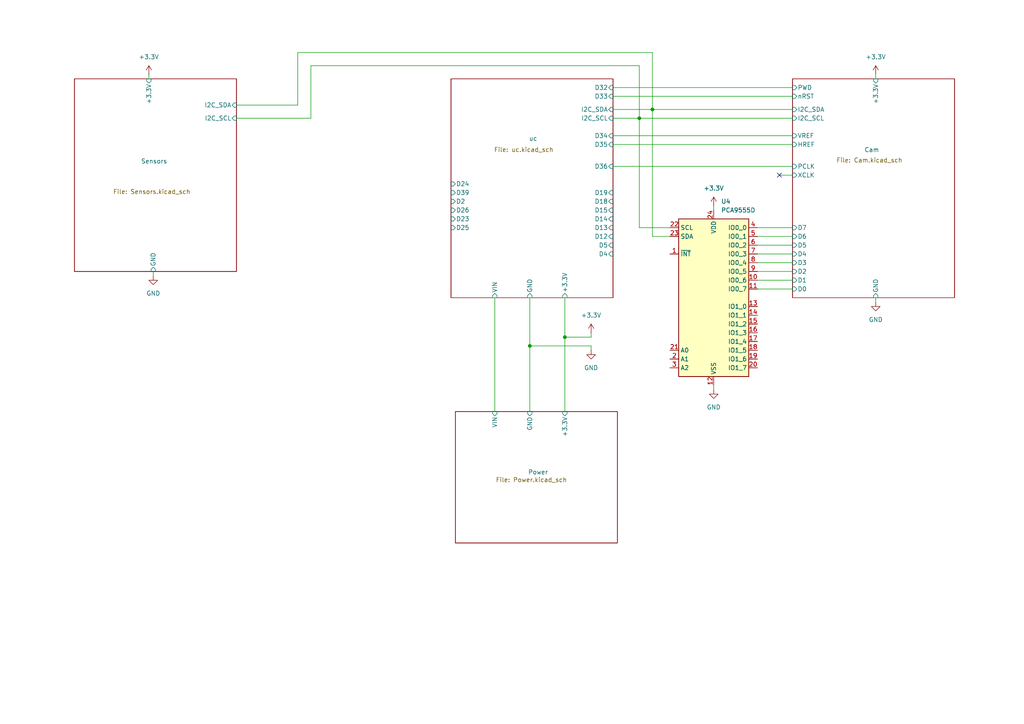
<source format=kicad_sch>
(kicad_sch
	(version 20250114)
	(generator "eeschema")
	(generator_version "9.0")
	(uuid "77f264da-4c84-4b0c-9d20-4392731765e6")
	(paper "A4")
	(lib_symbols
		(symbol "Interface_Expansion:PCA9555D"
			(exclude_from_sim no)
			(in_bom yes)
			(on_board yes)
			(property "Reference" "U"
				(at -8.89 24.13 0)
				(effects
					(font
						(size 1.27 1.27)
					)
				)
			)
			(property "Value" "PCA9555D"
				(at 6.35 24.13 0)
				(effects
					(font
						(size 1.27 1.27)
					)
				)
			)
			(property "Footprint" "Package_SO:SOIC-24W_7.5x15.4mm_P1.27mm"
				(at 24.13 -25.4 0)
				(effects
					(font
						(size 1.27 1.27)
					)
					(hide yes)
				)
			)
			(property "Datasheet" "https://www.nxp.com/docs/en/data-sheet/PCA9555.pdf"
				(at 0 0 0)
				(effects
					(font
						(size 1.27 1.27)
					)
					(hide yes)
				)
			)
			(property "Description" "IO expander 16 GPIO, I2C 400kHz, Interrupt, 2.3 - 5.5V, SOIC-24"
				(at 0 0 0)
				(effects
					(font
						(size 1.27 1.27)
					)
					(hide yes)
				)
			)
			(property "ki_keywords" "I2C TWI IO expander"
				(at 0 0 0)
				(effects
					(font
						(size 1.27 1.27)
					)
					(hide yes)
				)
			)
			(property "ki_fp_filters" "SOIC*7.5x15.4mm*P1.27mm*"
				(at 0 0 0)
				(effects
					(font
						(size 1.27 1.27)
					)
					(hide yes)
				)
			)
			(symbol "PCA9555D_0_1"
				(rectangle
					(start -10.16 22.86)
					(end 10.16 -22.86)
					(stroke
						(width 0.254)
						(type default)
					)
					(fill
						(type background)
					)
				)
			)
			(symbol "PCA9555D_1_1"
				(pin input line
					(at -12.7 20.32 0)
					(length 2.54)
					(name "SCL"
						(effects
							(font
								(size 1.27 1.27)
							)
						)
					)
					(number "22"
						(effects
							(font
								(size 1.27 1.27)
							)
						)
					)
				)
				(pin bidirectional line
					(at -12.7 17.78 0)
					(length 2.54)
					(name "SDA"
						(effects
							(font
								(size 1.27 1.27)
							)
						)
					)
					(number "23"
						(effects
							(font
								(size 1.27 1.27)
							)
						)
					)
				)
				(pin open_collector line
					(at -12.7 12.7 0)
					(length 2.54)
					(name "~{INT}"
						(effects
							(font
								(size 1.27 1.27)
							)
						)
					)
					(number "1"
						(effects
							(font
								(size 1.27 1.27)
							)
						)
					)
				)
				(pin input line
					(at -12.7 -15.24 0)
					(length 2.54)
					(name "A0"
						(effects
							(font
								(size 1.27 1.27)
							)
						)
					)
					(number "21"
						(effects
							(font
								(size 1.27 1.27)
							)
						)
					)
				)
				(pin input line
					(at -12.7 -17.78 0)
					(length 2.54)
					(name "A1"
						(effects
							(font
								(size 1.27 1.27)
							)
						)
					)
					(number "2"
						(effects
							(font
								(size 1.27 1.27)
							)
						)
					)
				)
				(pin input line
					(at -12.7 -20.32 0)
					(length 2.54)
					(name "A2"
						(effects
							(font
								(size 1.27 1.27)
							)
						)
					)
					(number "3"
						(effects
							(font
								(size 1.27 1.27)
							)
						)
					)
				)
				(pin power_in line
					(at 0 25.4 270)
					(length 2.54)
					(name "VDD"
						(effects
							(font
								(size 1.27 1.27)
							)
						)
					)
					(number "24"
						(effects
							(font
								(size 1.27 1.27)
							)
						)
					)
				)
				(pin power_in line
					(at 0 -25.4 90)
					(length 2.54)
					(name "VSS"
						(effects
							(font
								(size 1.27 1.27)
							)
						)
					)
					(number "12"
						(effects
							(font
								(size 1.27 1.27)
							)
						)
					)
				)
				(pin bidirectional line
					(at 12.7 20.32 180)
					(length 2.54)
					(name "IO0_0"
						(effects
							(font
								(size 1.27 1.27)
							)
						)
					)
					(number "4"
						(effects
							(font
								(size 1.27 1.27)
							)
						)
					)
				)
				(pin bidirectional line
					(at 12.7 17.78 180)
					(length 2.54)
					(name "IO0_1"
						(effects
							(font
								(size 1.27 1.27)
							)
						)
					)
					(number "5"
						(effects
							(font
								(size 1.27 1.27)
							)
						)
					)
				)
				(pin bidirectional line
					(at 12.7 15.24 180)
					(length 2.54)
					(name "IO0_2"
						(effects
							(font
								(size 1.27 1.27)
							)
						)
					)
					(number "6"
						(effects
							(font
								(size 1.27 1.27)
							)
						)
					)
				)
				(pin bidirectional line
					(at 12.7 12.7 180)
					(length 2.54)
					(name "IO0_3"
						(effects
							(font
								(size 1.27 1.27)
							)
						)
					)
					(number "7"
						(effects
							(font
								(size 1.27 1.27)
							)
						)
					)
				)
				(pin bidirectional line
					(at 12.7 10.16 180)
					(length 2.54)
					(name "IO0_4"
						(effects
							(font
								(size 1.27 1.27)
							)
						)
					)
					(number "8"
						(effects
							(font
								(size 1.27 1.27)
							)
						)
					)
				)
				(pin bidirectional line
					(at 12.7 7.62 180)
					(length 2.54)
					(name "IO0_5"
						(effects
							(font
								(size 1.27 1.27)
							)
						)
					)
					(number "9"
						(effects
							(font
								(size 1.27 1.27)
							)
						)
					)
				)
				(pin bidirectional line
					(at 12.7 5.08 180)
					(length 2.54)
					(name "IO0_6"
						(effects
							(font
								(size 1.27 1.27)
							)
						)
					)
					(number "10"
						(effects
							(font
								(size 1.27 1.27)
							)
						)
					)
				)
				(pin bidirectional line
					(at 12.7 2.54 180)
					(length 2.54)
					(name "IO0_7"
						(effects
							(font
								(size 1.27 1.27)
							)
						)
					)
					(number "11"
						(effects
							(font
								(size 1.27 1.27)
							)
						)
					)
				)
				(pin bidirectional line
					(at 12.7 -2.54 180)
					(length 2.54)
					(name "IO1_0"
						(effects
							(font
								(size 1.27 1.27)
							)
						)
					)
					(number "13"
						(effects
							(font
								(size 1.27 1.27)
							)
						)
					)
				)
				(pin bidirectional line
					(at 12.7 -5.08 180)
					(length 2.54)
					(name "IO1_1"
						(effects
							(font
								(size 1.27 1.27)
							)
						)
					)
					(number "14"
						(effects
							(font
								(size 1.27 1.27)
							)
						)
					)
				)
				(pin bidirectional line
					(at 12.7 -7.62 180)
					(length 2.54)
					(name "IO1_2"
						(effects
							(font
								(size 1.27 1.27)
							)
						)
					)
					(number "15"
						(effects
							(font
								(size 1.27 1.27)
							)
						)
					)
				)
				(pin bidirectional line
					(at 12.7 -10.16 180)
					(length 2.54)
					(name "IO1_3"
						(effects
							(font
								(size 1.27 1.27)
							)
						)
					)
					(number "16"
						(effects
							(font
								(size 1.27 1.27)
							)
						)
					)
				)
				(pin bidirectional line
					(at 12.7 -12.7 180)
					(length 2.54)
					(name "IO1_4"
						(effects
							(font
								(size 1.27 1.27)
							)
						)
					)
					(number "17"
						(effects
							(font
								(size 1.27 1.27)
							)
						)
					)
				)
				(pin bidirectional line
					(at 12.7 -15.24 180)
					(length 2.54)
					(name "IO1_5"
						(effects
							(font
								(size 1.27 1.27)
							)
						)
					)
					(number "18"
						(effects
							(font
								(size 1.27 1.27)
							)
						)
					)
				)
				(pin bidirectional line
					(at 12.7 -17.78 180)
					(length 2.54)
					(name "IO1_6"
						(effects
							(font
								(size 1.27 1.27)
							)
						)
					)
					(number "19"
						(effects
							(font
								(size 1.27 1.27)
							)
						)
					)
				)
				(pin bidirectional line
					(at 12.7 -20.32 180)
					(length 2.54)
					(name "IO1_7"
						(effects
							(font
								(size 1.27 1.27)
							)
						)
					)
					(number "20"
						(effects
							(font
								(size 1.27 1.27)
							)
						)
					)
				)
			)
			(embedded_fonts no)
		)
		(symbol "power:+3.3V"
			(power)
			(pin_numbers
				(hide yes)
			)
			(pin_names
				(offset 0)
				(hide yes)
			)
			(exclude_from_sim no)
			(in_bom yes)
			(on_board yes)
			(property "Reference" "#PWR"
				(at 0 -3.81 0)
				(effects
					(font
						(size 1.27 1.27)
					)
					(hide yes)
				)
			)
			(property "Value" "+3.3V"
				(at 0 3.556 0)
				(effects
					(font
						(size 1.27 1.27)
					)
				)
			)
			(property "Footprint" ""
				(at 0 0 0)
				(effects
					(font
						(size 1.27 1.27)
					)
					(hide yes)
				)
			)
			(property "Datasheet" ""
				(at 0 0 0)
				(effects
					(font
						(size 1.27 1.27)
					)
					(hide yes)
				)
			)
			(property "Description" "Power symbol creates a global label with name \"+3.3V\""
				(at 0 0 0)
				(effects
					(font
						(size 1.27 1.27)
					)
					(hide yes)
				)
			)
			(property "ki_keywords" "global power"
				(at 0 0 0)
				(effects
					(font
						(size 1.27 1.27)
					)
					(hide yes)
				)
			)
			(symbol "+3.3V_0_1"
				(polyline
					(pts
						(xy -0.762 1.27) (xy 0 2.54)
					)
					(stroke
						(width 0)
						(type default)
					)
					(fill
						(type none)
					)
				)
				(polyline
					(pts
						(xy 0 2.54) (xy 0.762 1.27)
					)
					(stroke
						(width 0)
						(type default)
					)
					(fill
						(type none)
					)
				)
				(polyline
					(pts
						(xy 0 0) (xy 0 2.54)
					)
					(stroke
						(width 0)
						(type default)
					)
					(fill
						(type none)
					)
				)
			)
			(symbol "+3.3V_1_1"
				(pin power_in line
					(at 0 0 90)
					(length 0)
					(name "~"
						(effects
							(font
								(size 1.27 1.27)
							)
						)
					)
					(number "1"
						(effects
							(font
								(size 1.27 1.27)
							)
						)
					)
				)
			)
			(embedded_fonts no)
		)
		(symbol "power:GND"
			(power)
			(pin_numbers
				(hide yes)
			)
			(pin_names
				(offset 0)
				(hide yes)
			)
			(exclude_from_sim no)
			(in_bom yes)
			(on_board yes)
			(property "Reference" "#PWR"
				(at 0 -6.35 0)
				(effects
					(font
						(size 1.27 1.27)
					)
					(hide yes)
				)
			)
			(property "Value" "GND"
				(at 0 -3.81 0)
				(effects
					(font
						(size 1.27 1.27)
					)
				)
			)
			(property "Footprint" ""
				(at 0 0 0)
				(effects
					(font
						(size 1.27 1.27)
					)
					(hide yes)
				)
			)
			(property "Datasheet" ""
				(at 0 0 0)
				(effects
					(font
						(size 1.27 1.27)
					)
					(hide yes)
				)
			)
			(property "Description" "Power symbol creates a global label with name \"GND\" , ground"
				(at 0 0 0)
				(effects
					(font
						(size 1.27 1.27)
					)
					(hide yes)
				)
			)
			(property "ki_keywords" "global power"
				(at 0 0 0)
				(effects
					(font
						(size 1.27 1.27)
					)
					(hide yes)
				)
			)
			(symbol "GND_0_1"
				(polyline
					(pts
						(xy 0 0) (xy 0 -1.27) (xy 1.27 -1.27) (xy 0 -2.54) (xy -1.27 -1.27) (xy 0 -1.27)
					)
					(stroke
						(width 0)
						(type default)
					)
					(fill
						(type none)
					)
				)
			)
			(symbol "GND_1_1"
				(pin power_in line
					(at 0 0 270)
					(length 0)
					(name "~"
						(effects
							(font
								(size 1.27 1.27)
							)
						)
					)
					(number "1"
						(effects
							(font
								(size 1.27 1.27)
							)
						)
					)
				)
			)
			(embedded_fonts no)
		)
	)
	(junction
		(at 153.67 100.33)
		(diameter 0)
		(color 0 0 0 0)
		(uuid "27619da2-3eea-464a-af46-ab44f75253e7")
	)
	(junction
		(at 189.23 31.75)
		(diameter 0)
		(color 0 0 0 0)
		(uuid "3305e72d-ee2b-41a0-b8e6-07af52853b2d")
	)
	(junction
		(at 163.83 97.79)
		(diameter 0)
		(color 0 0 0 0)
		(uuid "aef3cbbb-eeab-4d94-ac62-5c32769ecb9a")
	)
	(junction
		(at 185.42 34.29)
		(diameter 0)
		(color 0 0 0 0)
		(uuid "e6b5d279-afc3-4968-aaa3-30bf3a4a00a2")
	)
	(no_connect
		(at 226.06 50.8)
		(uuid "c95d2607-8733-46fa-afd3-214095882691")
	)
	(wire
		(pts
			(xy 207.01 113.03) (xy 207.01 111.76)
		)
		(stroke
			(width 0)
			(type default)
		)
		(uuid "092e14c0-cf77-46e0-a82c-0acb8616f313")
	)
	(wire
		(pts
			(xy 185.42 34.29) (xy 185.42 66.04)
		)
		(stroke
			(width 0)
			(type default)
		)
		(uuid "0d6f2843-a0cd-42fa-808a-aac1d48be3f2")
	)
	(wire
		(pts
			(xy 207.01 59.69) (xy 207.01 60.96)
		)
		(stroke
			(width 0)
			(type default)
		)
		(uuid "0ed7496f-cf22-4b87-8369-0440a05cb1ab")
	)
	(wire
		(pts
			(xy 185.42 34.29) (xy 229.87 34.29)
		)
		(stroke
			(width 0)
			(type default)
		)
		(uuid "1063b1de-9a39-4949-8a47-16e02c3abecb")
	)
	(wire
		(pts
			(xy 86.36 30.48) (xy 86.36 15.24)
		)
		(stroke
			(width 0)
			(type default)
		)
		(uuid "13d6706f-a782-444d-85ae-eb73c3e40c5d")
	)
	(wire
		(pts
			(xy 189.23 68.58) (xy 194.31 68.58)
		)
		(stroke
			(width 0)
			(type default)
		)
		(uuid "17b66166-29db-49aa-bb12-5a453529a440")
	)
	(wire
		(pts
			(xy 163.83 97.79) (xy 163.83 119.38)
		)
		(stroke
			(width 0)
			(type default)
		)
		(uuid "1c03f594-004e-4326-8c8f-527c53a6c5d3")
	)
	(wire
		(pts
			(xy 43.18 21.59) (xy 43.18 22.86)
		)
		(stroke
			(width 0)
			(type default)
		)
		(uuid "21c0c213-b9c6-4865-aa5b-88484e030efc")
	)
	(wire
		(pts
			(xy 177.8 48.26) (xy 229.87 48.26)
		)
		(stroke
			(width 0)
			(type default)
		)
		(uuid "2686e32c-5c9b-42ae-a6d7-965e8082625b")
	)
	(wire
		(pts
			(xy 219.71 81.28) (xy 229.87 81.28)
		)
		(stroke
			(width 0)
			(type default)
		)
		(uuid "285b5c30-6714-42a4-af80-f195c8a33769")
	)
	(wire
		(pts
			(xy 68.58 30.48) (xy 86.36 30.48)
		)
		(stroke
			(width 0)
			(type default)
		)
		(uuid "313534e8-ab0d-4098-9e0d-21e1a7c143b5")
	)
	(wire
		(pts
			(xy 219.71 76.2) (xy 229.87 76.2)
		)
		(stroke
			(width 0)
			(type default)
		)
		(uuid "32940581-900a-4217-9a17-67c61c9974cb")
	)
	(wire
		(pts
			(xy 90.17 34.29) (xy 90.17 19.05)
		)
		(stroke
			(width 0)
			(type default)
		)
		(uuid "373f63d0-314f-4d74-84ec-3b9886d8f47a")
	)
	(wire
		(pts
			(xy 90.17 19.05) (xy 185.42 19.05)
		)
		(stroke
			(width 0)
			(type default)
		)
		(uuid "3816a652-a1de-4f99-9300-16a79b3917ef")
	)
	(wire
		(pts
			(xy 219.71 78.74) (xy 229.87 78.74)
		)
		(stroke
			(width 0)
			(type default)
		)
		(uuid "41da03f6-10ae-44bd-bbce-7786c524e5dc")
	)
	(wire
		(pts
			(xy 219.71 66.04) (xy 229.87 66.04)
		)
		(stroke
			(width 0)
			(type default)
		)
		(uuid "450d514c-d8b3-4eb3-b730-a490a6afc449")
	)
	(wire
		(pts
			(xy 177.8 31.75) (xy 189.23 31.75)
		)
		(stroke
			(width 0)
			(type default)
		)
		(uuid "48402c39-ae6b-42c9-b1ec-970390b29483")
	)
	(wire
		(pts
			(xy 185.42 66.04) (xy 194.31 66.04)
		)
		(stroke
			(width 0)
			(type default)
		)
		(uuid "515bcc58-6d6c-4173-ac17-11f2d96ebf0a")
	)
	(wire
		(pts
			(xy 163.83 86.36) (xy 163.83 97.79)
		)
		(stroke
			(width 0)
			(type default)
		)
		(uuid "530240a6-5171-4779-9911-3d7b3a3bb3c9")
	)
	(wire
		(pts
			(xy 219.71 68.58) (xy 229.87 68.58)
		)
		(stroke
			(width 0)
			(type default)
		)
		(uuid "6080bddd-62b4-4b6d-999c-650af7da658d")
	)
	(wire
		(pts
			(xy 177.8 27.94) (xy 229.87 27.94)
		)
		(stroke
			(width 0)
			(type default)
		)
		(uuid "60f2232e-926e-444a-abd0-2d7c0f6ac0a9")
	)
	(wire
		(pts
			(xy 219.71 83.82) (xy 229.87 83.82)
		)
		(stroke
			(width 0)
			(type default)
		)
		(uuid "65a939b6-d121-40d1-8080-8fb665c3c05d")
	)
	(wire
		(pts
			(xy 177.8 39.37) (xy 229.87 39.37)
		)
		(stroke
			(width 0)
			(type default)
		)
		(uuid "6fcb7e0a-5f0a-4fb2-a3b3-4fce9c24b1c0")
	)
	(wire
		(pts
			(xy 226.06 50.8) (xy 229.87 50.8)
		)
		(stroke
			(width 0)
			(type default)
		)
		(uuid "6ff206ee-68a5-4102-af46-b29ee0d0e3b5")
	)
	(wire
		(pts
			(xy 86.36 15.24) (xy 189.23 15.24)
		)
		(stroke
			(width 0)
			(type default)
		)
		(uuid "71f82420-7781-4999-a652-4a72300698a8")
	)
	(wire
		(pts
			(xy 189.23 31.75) (xy 189.23 68.58)
		)
		(stroke
			(width 0)
			(type default)
		)
		(uuid "74adbe54-b757-4833-b6a5-8e932de83bfe")
	)
	(wire
		(pts
			(xy 254 21.59) (xy 254 22.86)
		)
		(stroke
			(width 0)
			(type default)
		)
		(uuid "7ad640da-56db-4008-95ee-60d622023c46")
	)
	(wire
		(pts
			(xy 185.42 19.05) (xy 185.42 34.29)
		)
		(stroke
			(width 0)
			(type default)
		)
		(uuid "8fb232bd-0654-40aa-82b4-8e3b04ace45a")
	)
	(wire
		(pts
			(xy 171.45 101.6) (xy 171.45 100.33)
		)
		(stroke
			(width 0)
			(type default)
		)
		(uuid "a4bc07ea-05ba-4dd5-af79-796343e4a84e")
	)
	(wire
		(pts
			(xy 219.71 73.66) (xy 229.87 73.66)
		)
		(stroke
			(width 0)
			(type default)
		)
		(uuid "b584e566-c300-4cd0-93b6-a811af493d01")
	)
	(wire
		(pts
			(xy 163.83 97.79) (xy 171.45 97.79)
		)
		(stroke
			(width 0)
			(type default)
		)
		(uuid "b830473b-8c05-4b73-87cd-f4999d2054af")
	)
	(wire
		(pts
			(xy 153.67 100.33) (xy 171.45 100.33)
		)
		(stroke
			(width 0)
			(type default)
		)
		(uuid "b8ea9a1e-5024-461b-9457-49f119816a9f")
	)
	(wire
		(pts
			(xy 171.45 96.52) (xy 171.45 97.79)
		)
		(stroke
			(width 0)
			(type default)
		)
		(uuid "ca3c7958-9a83-4e29-80bf-b1ab5ccd08c6")
	)
	(wire
		(pts
			(xy 254 87.63) (xy 254 86.36)
		)
		(stroke
			(width 0)
			(type default)
		)
		(uuid "ce58c078-5349-4aa9-a81e-d0a0d2dd6dca")
	)
	(wire
		(pts
			(xy 177.8 41.91) (xy 229.87 41.91)
		)
		(stroke
			(width 0)
			(type default)
		)
		(uuid "d5672752-b239-4fde-8c36-6ab938c173be")
	)
	(wire
		(pts
			(xy 189.23 15.24) (xy 189.23 31.75)
		)
		(stroke
			(width 0)
			(type default)
		)
		(uuid "d73a7af1-a6b6-43c5-ae62-1a636e5c40f2")
	)
	(wire
		(pts
			(xy 153.67 100.33) (xy 153.67 119.38)
		)
		(stroke
			(width 0)
			(type default)
		)
		(uuid "e62c8c00-1e9d-47e3-9f45-aa3dff1cd75a")
	)
	(wire
		(pts
			(xy 177.8 25.4) (xy 229.87 25.4)
		)
		(stroke
			(width 0)
			(type default)
		)
		(uuid "edbc1658-54e6-422f-9177-30112f741f0a")
	)
	(wire
		(pts
			(xy 44.45 80.01) (xy 44.45 78.74)
		)
		(stroke
			(width 0)
			(type default)
		)
		(uuid "ef3649cb-b584-4c75-af31-248027e61873")
	)
	(wire
		(pts
			(xy 219.71 71.12) (xy 229.87 71.12)
		)
		(stroke
			(width 0)
			(type default)
		)
		(uuid "f68d3631-6757-4bc3-b847-125f040803bd")
	)
	(wire
		(pts
			(xy 189.23 31.75) (xy 229.87 31.75)
		)
		(stroke
			(width 0)
			(type default)
		)
		(uuid "f7c7ad36-81a7-4e84-a561-fd54cacce710")
	)
	(wire
		(pts
			(xy 143.51 86.36) (xy 143.51 119.38)
		)
		(stroke
			(width 0)
			(type default)
		)
		(uuid "fa72fd51-2fa4-4b06-adb4-16102813692b")
	)
	(wire
		(pts
			(xy 68.58 34.29) (xy 90.17 34.29)
		)
		(stroke
			(width 0)
			(type default)
		)
		(uuid "fb0bf671-b361-4ab7-82d8-36956ad0ae49")
	)
	(wire
		(pts
			(xy 177.8 34.29) (xy 185.42 34.29)
		)
		(stroke
			(width 0)
			(type default)
		)
		(uuid "fef8c239-61a9-4718-96d6-483705e3b57b")
	)
	(wire
		(pts
			(xy 153.67 86.36) (xy 153.67 100.33)
		)
		(stroke
			(width 0)
			(type default)
		)
		(uuid "ff79ce8e-5f9e-4133-9e8d-b95d33fed682")
	)
	(symbol
		(lib_id "power:GND")
		(at 171.45 101.6 0)
		(unit 1)
		(exclude_from_sim no)
		(in_bom yes)
		(on_board yes)
		(dnp no)
		(fields_autoplaced yes)
		(uuid "192a8225-028f-4a86-b053-6493f871d28b")
		(property "Reference" "#PWR011"
			(at 171.45 107.95 0)
			(effects
				(font
					(size 1.27 1.27)
				)
				(hide yes)
			)
		)
		(property "Value" "GND"
			(at 171.45 106.68 0)
			(effects
				(font
					(size 1.27 1.27)
				)
			)
		)
		(property "Footprint" ""
			(at 171.45 101.6 0)
			(effects
				(font
					(size 1.27 1.27)
				)
				(hide yes)
			)
		)
		(property "Datasheet" ""
			(at 171.45 101.6 0)
			(effects
				(font
					(size 1.27 1.27)
				)
				(hide yes)
			)
		)
		(property "Description" "Power symbol creates a global label with name \"GND\" , ground"
			(at 171.45 101.6 0)
			(effects
				(font
					(size 1.27 1.27)
				)
				(hide yes)
			)
		)
		(pin "1"
			(uuid "3d1894af-3973-4bbc-a3fc-99c358cb274a")
		)
		(instances
			(project ""
				(path "/77f264da-4c84-4b0c-9d20-4392731765e6"
					(reference "#PWR011")
					(unit 1)
				)
			)
		)
	)
	(symbol
		(lib_id "power:+3.3V")
		(at 254 21.59 0)
		(unit 1)
		(exclude_from_sim no)
		(in_bom yes)
		(on_board yes)
		(dnp no)
		(fields_autoplaced yes)
		(uuid "1af95310-95e6-42a1-b3df-0f8c4fb36861")
		(property "Reference" "#PWR015"
			(at 254 25.4 0)
			(effects
				(font
					(size 1.27 1.27)
				)
				(hide yes)
			)
		)
		(property "Value" "+3.3V"
			(at 254 16.51 0)
			(effects
				(font
					(size 1.27 1.27)
				)
			)
		)
		(property "Footprint" ""
			(at 254 21.59 0)
			(effects
				(font
					(size 1.27 1.27)
				)
				(hide yes)
			)
		)
		(property "Datasheet" ""
			(at 254 21.59 0)
			(effects
				(font
					(size 1.27 1.27)
				)
				(hide yes)
			)
		)
		(property "Description" "Power symbol creates a global label with name \"+3.3V\""
			(at 254 21.59 0)
			(effects
				(font
					(size 1.27 1.27)
				)
				(hide yes)
			)
		)
		(pin "1"
			(uuid "f6a0595e-1fac-4f8d-96f7-09fc6605f5dd")
		)
		(instances
			(project "Main"
				(path "/77f264da-4c84-4b0c-9d20-4392731765e6"
					(reference "#PWR015")
					(unit 1)
				)
			)
		)
	)
	(symbol
		(lib_id "power:GND")
		(at 254 87.63 0)
		(unit 1)
		(exclude_from_sim no)
		(in_bom yes)
		(on_board yes)
		(dnp no)
		(fields_autoplaced yes)
		(uuid "31d3d97c-84ce-4b57-a912-69a98fda61b8")
		(property "Reference" "#PWR016"
			(at 254 93.98 0)
			(effects
				(font
					(size 1.27 1.27)
				)
				(hide yes)
			)
		)
		(property "Value" "GND"
			(at 254 92.71 0)
			(effects
				(font
					(size 1.27 1.27)
				)
			)
		)
		(property "Footprint" ""
			(at 254 87.63 0)
			(effects
				(font
					(size 1.27 1.27)
				)
				(hide yes)
			)
		)
		(property "Datasheet" ""
			(at 254 87.63 0)
			(effects
				(font
					(size 1.27 1.27)
				)
				(hide yes)
			)
		)
		(property "Description" "Power symbol creates a global label with name \"GND\" , ground"
			(at 254 87.63 0)
			(effects
				(font
					(size 1.27 1.27)
				)
				(hide yes)
			)
		)
		(pin "1"
			(uuid "634ad374-9d9b-4227-9ea1-a37d4e7fa505")
		)
		(instances
			(project "Main"
				(path "/77f264da-4c84-4b0c-9d20-4392731765e6"
					(reference "#PWR016")
					(unit 1)
				)
			)
		)
	)
	(symbol
		(lib_id "power:+3.3V")
		(at 43.18 21.59 0)
		(unit 1)
		(exclude_from_sim no)
		(in_bom yes)
		(on_board yes)
		(dnp no)
		(fields_autoplaced yes)
		(uuid "7db47bdc-cf71-4755-92da-16a799e8816a")
		(property "Reference" "#PWR018"
			(at 43.18 25.4 0)
			(effects
				(font
					(size 1.27 1.27)
				)
				(hide yes)
			)
		)
		(property "Value" "+3.3V"
			(at 43.18 16.51 0)
			(effects
				(font
					(size 1.27 1.27)
				)
			)
		)
		(property "Footprint" ""
			(at 43.18 21.59 0)
			(effects
				(font
					(size 1.27 1.27)
				)
				(hide yes)
			)
		)
		(property "Datasheet" ""
			(at 43.18 21.59 0)
			(effects
				(font
					(size 1.27 1.27)
				)
				(hide yes)
			)
		)
		(property "Description" "Power symbol creates a global label with name \"+3.3V\""
			(at 43.18 21.59 0)
			(effects
				(font
					(size 1.27 1.27)
				)
				(hide yes)
			)
		)
		(pin "1"
			(uuid "c40c89fe-5873-4933-a7c7-8827c06a6d67")
		)
		(instances
			(project "Main"
				(path "/77f264da-4c84-4b0c-9d20-4392731765e6"
					(reference "#PWR018")
					(unit 1)
				)
			)
		)
	)
	(symbol
		(lib_id "power:+3.3V")
		(at 207.01 59.69 0)
		(unit 1)
		(exclude_from_sim no)
		(in_bom yes)
		(on_board yes)
		(dnp no)
		(fields_autoplaced yes)
		(uuid "92ba5244-8f98-41d5-aec7-b46c37676f57")
		(property "Reference" "#PWR014"
			(at 207.01 63.5 0)
			(effects
				(font
					(size 1.27 1.27)
				)
				(hide yes)
			)
		)
		(property "Value" "+3.3V"
			(at 207.01 54.61 0)
			(effects
				(font
					(size 1.27 1.27)
				)
			)
		)
		(property "Footprint" ""
			(at 207.01 59.69 0)
			(effects
				(font
					(size 1.27 1.27)
				)
				(hide yes)
			)
		)
		(property "Datasheet" ""
			(at 207.01 59.69 0)
			(effects
				(font
					(size 1.27 1.27)
				)
				(hide yes)
			)
		)
		(property "Description" "Power symbol creates a global label with name \"+3.3V\""
			(at 207.01 59.69 0)
			(effects
				(font
					(size 1.27 1.27)
				)
				(hide yes)
			)
		)
		(pin "1"
			(uuid "c59e932a-6796-4179-9ca0-04bd5064f4b6")
		)
		(instances
			(project "Main"
				(path "/77f264da-4c84-4b0c-9d20-4392731765e6"
					(reference "#PWR014")
					(unit 1)
				)
			)
		)
	)
	(symbol
		(lib_id "Interface_Expansion:PCA9555D")
		(at 207.01 86.36 0)
		(unit 1)
		(exclude_from_sim no)
		(in_bom yes)
		(on_board yes)
		(dnp no)
		(fields_autoplaced yes)
		(uuid "9db94d0b-1a6e-4d4b-8e0c-db8fdf58837f")
		(property "Reference" "U4"
			(at 209.1533 58.42 0)
			(effects
				(font
					(size 1.27 1.27)
				)
				(justify left)
			)
		)
		(property "Value" "PCA9555D"
			(at 209.1533 60.96 0)
			(effects
				(font
					(size 1.27 1.27)
				)
				(justify left)
			)
		)
		(property "Footprint" "Package_SO:SOIC-24W_7.5x15.4mm_P1.27mm"
			(at 231.14 111.76 0)
			(effects
				(font
					(size 1.27 1.27)
				)
				(hide yes)
			)
		)
		(property "Datasheet" "https://www.nxp.com/docs/en/data-sheet/PCA9555.pdf"
			(at 207.01 86.36 0)
			(effects
				(font
					(size 1.27 1.27)
				)
				(hide yes)
			)
		)
		(property "Description" "IO expander 16 GPIO, I2C 400kHz, Interrupt, 2.3 - 5.5V, SOIC-24"
			(at 207.01 86.36 0)
			(effects
				(font
					(size 1.27 1.27)
				)
				(hide yes)
			)
		)
		(pin "11"
			(uuid "2f8748b5-e839-489b-a506-f675e004191d")
		)
		(pin "17"
			(uuid "b79aba67-9d2b-42f8-8a33-823b9e448a38")
		)
		(pin "22"
			(uuid "7fb469b0-3406-47d2-867b-74f4f10df34e")
		)
		(pin "15"
			(uuid "9466c055-d9e8-4153-888a-f0fd5fbef745")
		)
		(pin "2"
			(uuid "96b9c11c-5a47-4e77-a7f5-cdf5990d373f")
		)
		(pin "8"
			(uuid "170721bb-b7b8-458c-9a7d-24f7ab769e1a")
		)
		(pin "10"
			(uuid "3e82ef4e-80d0-422a-b704-3b431ea472cc")
		)
		(pin "5"
			(uuid "1f4a772a-31e0-4759-bcdc-88204e2fb31d")
		)
		(pin "4"
			(uuid "c730e630-043b-4415-a0a6-e1abd8245fb9")
		)
		(pin "16"
			(uuid "935f4ccc-0b79-48f7-910a-69d09c941813")
		)
		(pin "23"
			(uuid "8db78448-f475-4126-b84b-6e342b989859")
		)
		(pin "24"
			(uuid "8b3d8b8a-f715-4e66-a7c3-ea9639ff064d")
		)
		(pin "7"
			(uuid "1fac9eca-98d5-4ad7-9f75-037b22d06606")
		)
		(pin "13"
			(uuid "cb021dc5-64f2-4142-911c-25f592a3c879")
		)
		(pin "12"
			(uuid "2a7892bb-8b74-4b95-93d1-c19b416207dc")
		)
		(pin "1"
			(uuid "691b843d-e1f7-4c3d-a799-3e073d4136f9")
		)
		(pin "6"
			(uuid "560c4d9d-f2cf-4493-99d9-9a277c5a7ae9")
		)
		(pin "9"
			(uuid "1d752630-d56b-420d-82b4-2537cf8e7b85")
		)
		(pin "21"
			(uuid "67da574d-3daa-4125-a9b4-da4049323f00")
		)
		(pin "3"
			(uuid "cac6d265-5df2-489b-8fd1-f2ec2381c55d")
		)
		(pin "14"
			(uuid "0111f883-91bf-45ff-8bcc-ef927c7b09e4")
		)
		(pin "18"
			(uuid "d8b03c21-5a1c-431e-81de-2f68e9649b5f")
		)
		(pin "20"
			(uuid "26a11d71-11fe-4a50-b51d-f89b750f27eb")
		)
		(pin "19"
			(uuid "5a1118d4-a1fc-43ce-81aa-db3116eedc70")
		)
		(instances
			(project ""
				(path "/77f264da-4c84-4b0c-9d20-4392731765e6"
					(reference "U4")
					(unit 1)
				)
			)
		)
	)
	(symbol
		(lib_id "power:GND")
		(at 207.01 113.03 0)
		(unit 1)
		(exclude_from_sim no)
		(in_bom yes)
		(on_board yes)
		(dnp no)
		(fields_autoplaced yes)
		(uuid "c2ea05f6-6e3d-448d-ae36-cb071b5dae96")
		(property "Reference" "#PWR013"
			(at 207.01 119.38 0)
			(effects
				(font
					(size 1.27 1.27)
				)
				(hide yes)
			)
		)
		(property "Value" "GND"
			(at 207.01 118.11 0)
			(effects
				(font
					(size 1.27 1.27)
				)
			)
		)
		(property "Footprint" ""
			(at 207.01 113.03 0)
			(effects
				(font
					(size 1.27 1.27)
				)
				(hide yes)
			)
		)
		(property "Datasheet" ""
			(at 207.01 113.03 0)
			(effects
				(font
					(size 1.27 1.27)
				)
				(hide yes)
			)
		)
		(property "Description" "Power symbol creates a global label with name \"GND\" , ground"
			(at 207.01 113.03 0)
			(effects
				(font
					(size 1.27 1.27)
				)
				(hide yes)
			)
		)
		(pin "1"
			(uuid "2bdc3db3-2411-4549-8efc-4781d14ec01f")
		)
		(instances
			(project "Main"
				(path "/77f264da-4c84-4b0c-9d20-4392731765e6"
					(reference "#PWR013")
					(unit 1)
				)
			)
		)
	)
	(symbol
		(lib_id "power:+3.3V")
		(at 171.45 96.52 0)
		(unit 1)
		(exclude_from_sim no)
		(in_bom yes)
		(on_board yes)
		(dnp no)
		(fields_autoplaced yes)
		(uuid "ceec5d27-8a0e-422b-ab78-542f96dc24df")
		(property "Reference" "#PWR010"
			(at 171.45 100.33 0)
			(effects
				(font
					(size 1.27 1.27)
				)
				(hide yes)
			)
		)
		(property "Value" "+3.3V"
			(at 171.45 91.44 0)
			(effects
				(font
					(size 1.27 1.27)
				)
			)
		)
		(property "Footprint" ""
			(at 171.45 96.52 0)
			(effects
				(font
					(size 1.27 1.27)
				)
				(hide yes)
			)
		)
		(property "Datasheet" ""
			(at 171.45 96.52 0)
			(effects
				(font
					(size 1.27 1.27)
				)
				(hide yes)
			)
		)
		(property "Description" "Power symbol creates a global label with name \"+3.3V\""
			(at 171.45 96.52 0)
			(effects
				(font
					(size 1.27 1.27)
				)
				(hide yes)
			)
		)
		(pin "1"
			(uuid "9c375d26-40ef-4f25-94d2-56da9400e463")
		)
		(instances
			(project ""
				(path "/77f264da-4c84-4b0c-9d20-4392731765e6"
					(reference "#PWR010")
					(unit 1)
				)
			)
		)
	)
	(symbol
		(lib_id "power:GND")
		(at 44.45 80.01 0)
		(unit 1)
		(exclude_from_sim no)
		(in_bom yes)
		(on_board yes)
		(dnp no)
		(fields_autoplaced yes)
		(uuid "e8bd2e08-8e36-45d3-8b23-abe4c5e21810")
		(property "Reference" "#PWR017"
			(at 44.45 86.36 0)
			(effects
				(font
					(size 1.27 1.27)
				)
				(hide yes)
			)
		)
		(property "Value" "GND"
			(at 44.45 85.09 0)
			(effects
				(font
					(size 1.27 1.27)
				)
			)
		)
		(property "Footprint" ""
			(at 44.45 80.01 0)
			(effects
				(font
					(size 1.27 1.27)
				)
				(hide yes)
			)
		)
		(property "Datasheet" ""
			(at 44.45 80.01 0)
			(effects
				(font
					(size 1.27 1.27)
				)
				(hide yes)
			)
		)
		(property "Description" "Power symbol creates a global label with name \"GND\" , ground"
			(at 44.45 80.01 0)
			(effects
				(font
					(size 1.27 1.27)
				)
				(hide yes)
			)
		)
		(pin "1"
			(uuid "8d0d6119-5412-4967-b763-22b038d5e643")
		)
		(instances
			(project "Main"
				(path "/77f264da-4c84-4b0c-9d20-4392731765e6"
					(reference "#PWR017")
					(unit 1)
				)
			)
		)
	)
	(sheet
		(at 21.59 22.86)
		(size 46.99 55.88)
		(exclude_from_sim no)
		(in_bom yes)
		(on_board yes)
		(dnp no)
		(stroke
			(width 0.1524)
			(type solid)
		)
		(fill
			(color 0 0 0 0.0000)
		)
		(uuid "1ddae4dd-6d7b-4ef8-9a8d-fbd44b538466")
		(property "Sheetname" "Sensors"
			(at 40.894 47.498 0)
			(effects
				(font
					(size 1.27 1.27)
				)
				(justify left bottom)
			)
		)
		(property "Sheetfile" "Sensors.kicad_sch"
			(at 32.766 54.864 0)
			(effects
				(font
					(size 1.27 1.27)
				)
				(justify left top)
			)
		)
		(pin "+3.3V" input
			(at 43.18 22.86 90)
			(uuid "c5821674-ecb2-42e1-86b9-fac966f7697e")
			(effects
				(font
					(size 1.27 1.27)
				)
				(justify right)
			)
		)
		(pin "GND" input
			(at 44.45 78.74 270)
			(uuid "e4132de7-22e0-4db1-937c-1c6525cf06d5")
			(effects
				(font
					(size 1.27 1.27)
				)
				(justify left)
			)
		)
		(pin "I2C_SCL" input
			(at 68.58 34.29 0)
			(uuid "64de74ae-3113-46ed-a319-9d3e4eecc3f4")
			(effects
				(font
					(size 1.27 1.27)
				)
				(justify right)
			)
		)
		(pin "I2C_SDA" input
			(at 68.58 30.48 0)
			(uuid "2f1c3c75-d66e-4d45-93f0-5a7c0c83b6d4")
			(effects
				(font
					(size 1.27 1.27)
				)
				(justify right)
			)
		)
		(instances
			(project "Main"
				(path "/77f264da-4c84-4b0c-9d20-4392731765e6"
					(page "5")
				)
			)
		)
	)
	(sheet
		(at 130.81 22.86)
		(size 46.99 63.5)
		(exclude_from_sim no)
		(in_bom yes)
		(on_board yes)
		(dnp no)
		(stroke
			(width 0.1524)
			(type solid)
		)
		(fill
			(color 0 0 0 0.0000)
		)
		(uuid "663cc000-5ebd-47ff-83ef-c87f1fdc0c98")
		(property "Sheetname" "uc"
			(at 153.416 40.894 0)
			(effects
				(font
					(size 1.27 1.27)
				)
				(justify left bottom)
			)
		)
		(property "Sheetfile" "uc.kicad_sch"
			(at 143.256 42.672 0)
			(effects
				(font
					(size 1.27 1.27)
				)
				(justify left top)
			)
		)
		(pin "+3.3V" input
			(at 163.83 86.36 270)
			(uuid "5180d2df-e265-49e9-879a-620e9de643fa")
			(effects
				(font
					(size 1.27 1.27)
				)
				(justify left)
			)
		)
		(pin "GND" input
			(at 153.67 86.36 270)
			(uuid "4f5336a7-5aac-46b5-9dbc-5a5729866e1d")
			(effects
				(font
					(size 1.27 1.27)
				)
				(justify left)
			)
		)
		(pin "I2C_SDA" input
			(at 177.8 31.75 0)
			(uuid "30eeed14-3bf1-41a5-83c7-59664b48beb7")
			(effects
				(font
					(size 1.27 1.27)
				)
				(justify right)
			)
		)
		(pin "I2C_SCL" input
			(at 177.8 34.29 0)
			(uuid "ef6f5c32-a51d-4463-9eca-c3511492edd7")
			(effects
				(font
					(size 1.27 1.27)
				)
				(justify right)
			)
		)
		(pin "D34" input
			(at 177.8 39.37 0)
			(uuid "ca9e7115-a4d3-4be1-9beb-47a8f53c7446")
			(effects
				(font
					(size 1.27 1.27)
				)
				(justify right)
			)
		)
		(pin "VIN" input
			(at 143.51 86.36 270)
			(uuid "9199d6e6-95af-4642-88b3-19a5d5a83694")
			(effects
				(font
					(size 1.27 1.27)
				)
				(justify left)
			)
		)
		(pin "D25" input
			(at 130.81 66.04 180)
			(uuid "9c5a68e4-f3b9-4b31-b25d-cfc983fe4547")
			(effects
				(font
					(size 1.27 1.27)
				)
				(justify left)
			)
		)
		(pin "D33" input
			(at 177.8 27.94 0)
			(uuid "1dfbdc51-eeba-4c88-83e9-3b5816c6c132")
			(effects
				(font
					(size 1.27 1.27)
				)
				(justify right)
			)
		)
		(pin "D13" input
			(at 177.8 66.04 0)
			(uuid "c04eb54c-48f1-4029-85c7-d2ceb89a52cd")
			(effects
				(font
					(size 1.27 1.27)
				)
				(justify right)
			)
		)
		(pin "D5" input
			(at 177.8 71.12 0)
			(uuid "3d034904-8c56-482e-9d7b-ac50cc6e99d4")
			(effects
				(font
					(size 1.27 1.27)
				)
				(justify right)
			)
		)
		(pin "D4" input
			(at 177.8 73.66 0)
			(uuid "c7dd0ac8-2af1-4c8b-8c35-310a82266c8a")
			(effects
				(font
					(size 1.27 1.27)
				)
				(justify right)
			)
		)
		(pin "D19" input
			(at 177.8 55.88 0)
			(uuid "46b0aa12-626b-47a3-a0b4-173d2313a819")
			(effects
				(font
					(size 1.27 1.27)
				)
				(justify right)
			)
		)
		(pin "D15" input
			(at 177.8 60.96 0)
			(uuid "5b6c12cb-8fac-4c16-8ef3-ebceaacb9db3")
			(effects
				(font
					(size 1.27 1.27)
				)
				(justify right)
			)
		)
		(pin "D2" input
			(at 130.81 58.42 180)
			(uuid "88656939-250a-43fa-a95f-e9725ab528ce")
			(effects
				(font
					(size 1.27 1.27)
				)
				(justify left)
			)
		)
		(pin "D26" input
			(at 130.81 60.96 180)
			(uuid "b158f11a-e50d-4793-b04a-2de96112f9e8")
			(effects
				(font
					(size 1.27 1.27)
				)
				(justify left)
			)
		)
		(pin "D23" input
			(at 130.81 63.5 180)
			(uuid "42b40e2c-0e15-4ebb-87a0-2ab8127d56fe")
			(effects
				(font
					(size 1.27 1.27)
				)
				(justify left)
			)
		)
		(pin "D12" input
			(at 177.8 68.58 0)
			(uuid "7c70ac6c-003f-49f1-b667-b067365c8b9e")
			(effects
				(font
					(size 1.27 1.27)
				)
				(justify right)
			)
		)
		(pin "D24" input
			(at 130.81 53.34 180)
			(uuid "b011cce5-e053-411f-aefb-5481400b165a")
			(effects
				(font
					(size 1.27 1.27)
				)
				(justify left)
			)
		)
		(pin "D14" input
			(at 177.8 63.5 0)
			(uuid "ec194c47-8371-4144-9066-b36a5549013f")
			(effects
				(font
					(size 1.27 1.27)
				)
				(justify right)
			)
		)
		(pin "D18" input
			(at 177.8 58.42 0)
			(uuid "bf52bcd2-2817-40e0-a9b8-b9dcedfbd438")
			(effects
				(font
					(size 1.27 1.27)
				)
				(justify right)
			)
		)
		(pin "D32" input
			(at 177.8 25.4 0)
			(uuid "37cde3d7-634f-45d1-a872-2695106827b6")
			(effects
				(font
					(size 1.27 1.27)
				)
				(justify right)
			)
		)
		(pin "D35" input
			(at 177.8 41.91 0)
			(uuid "f4c29b1f-0323-4f98-a856-2ddcb15218a9")
			(effects
				(font
					(size 1.27 1.27)
				)
				(justify right)
			)
		)
		(pin "D39" input
			(at 130.81 55.88 180)
			(uuid "741687a6-0cbc-4e1f-8584-59c8bd7277a2")
			(effects
				(font
					(size 1.27 1.27)
				)
				(justify left)
			)
		)
		(pin "D36" input
			(at 177.8 48.26 0)
			(uuid "ee5f82f9-84d2-478b-b573-554159ff62d8")
			(effects
				(font
					(size 1.27 1.27)
				)
				(justify right)
			)
		)
		(instances
			(project "Main"
				(path "/77f264da-4c84-4b0c-9d20-4392731765e6"
					(page "2")
				)
			)
		)
	)
	(sheet
		(at 132.08 119.38)
		(size 46.99 38.1)
		(exclude_from_sim no)
		(in_bom yes)
		(on_board yes)
		(dnp no)
		(stroke
			(width 0.1524)
			(type solid)
		)
		(fill
			(color 0 0 0 0.0000)
		)
		(uuid "8078826c-4446-4e50-a209-45fcf7cbe7e4")
		(property "Sheetname" "Power"
			(at 153.162 137.668 0)
			(effects
				(font
					(size 1.27 1.27)
				)
				(justify left bottom)
			)
		)
		(property "Sheetfile" "Power.kicad_sch"
			(at 143.764 138.43 0)
			(effects
				(font
					(size 1.27 1.27)
				)
				(justify left top)
			)
		)
		(pin "VIN" input
			(at 143.51 119.38 90)
			(uuid "fb66bf8c-1073-421a-a2d4-14bc43199b35")
			(effects
				(font
					(size 1.27 1.27)
				)
				(justify right)
			)
		)
		(pin "GND" input
			(at 153.67 119.38 90)
			(uuid "751ce516-c778-44b2-a8b0-b8ff75ea45d3")
			(effects
				(font
					(size 1.27 1.27)
				)
				(justify right)
			)
		)
		(pin "+3.3V" input
			(at 163.83 119.38 90)
			(uuid "4a98ced0-bcef-4298-ac6c-c40bbf9326c7")
			(effects
				(font
					(size 1.27 1.27)
				)
				(justify right)
			)
		)
		(instances
			(project "Main"
				(path "/77f264da-4c84-4b0c-9d20-4392731765e6"
					(page "3")
				)
			)
		)
	)
	(sheet
		(at 229.87 22.86)
		(size 46.99 63.5)
		(exclude_from_sim no)
		(in_bom yes)
		(on_board yes)
		(dnp no)
		(stroke
			(width 0.1524)
			(type solid)
		)
		(fill
			(color 0 0 0 0.0000)
		)
		(uuid "90e676b5-e192-40ef-8f2d-7a9315f03418")
		(property "Sheetname" "Cam"
			(at 250.698 44.196 0)
			(effects
				(font
					(size 1.27 1.27)
				)
				(justify left bottom)
			)
		)
		(property "Sheetfile" "Cam.kicad_sch"
			(at 242.57 45.72 0)
			(effects
				(font
					(size 1.27 1.27)
				)
				(justify left top)
			)
		)
		(pin "D3" input
			(at 229.87 76.2 180)
			(uuid "9763b0a9-795d-432b-a6d8-bdb364748abb")
			(effects
				(font
					(size 1.27 1.27)
				)
				(justify left)
			)
		)
		(pin "D0" input
			(at 229.87 83.82 180)
			(uuid "47e40e58-36d3-440a-988d-af6c8aca033c")
			(effects
				(font
					(size 1.27 1.27)
				)
				(justify left)
			)
		)
		(pin "D2" input
			(at 229.87 78.74 180)
			(uuid "632c24af-25f6-446f-83d6-4956236b06f6")
			(effects
				(font
					(size 1.27 1.27)
				)
				(justify left)
			)
		)
		(pin "D1" input
			(at 229.87 81.28 180)
			(uuid "147497bd-098d-4c45-8963-06bf049d802e")
			(effects
				(font
					(size 1.27 1.27)
				)
				(justify left)
			)
		)
		(pin "GND" input
			(at 254 86.36 270)
			(uuid "8f6a5f18-907d-4193-a9a1-f8da2c76d930")
			(effects
				(font
					(size 1.27 1.27)
				)
				(justify left)
			)
		)
		(pin "+3.3V" input
			(at 254 22.86 90)
			(uuid "5f38f413-6325-4cbf-b493-4d12f80ff9c3")
			(effects
				(font
					(size 1.27 1.27)
				)
				(justify right)
			)
		)
		(pin "D4" input
			(at 229.87 73.66 180)
			(uuid "433e3176-0ced-474a-a555-cde2824913ed")
			(effects
				(font
					(size 1.27 1.27)
				)
				(justify left)
			)
		)
		(pin "D5" input
			(at 229.87 71.12 180)
			(uuid "767b323b-aa69-49f5-a1e1-05ceb79f6d2a")
			(effects
				(font
					(size 1.27 1.27)
				)
				(justify left)
			)
		)
		(pin "D6" input
			(at 229.87 68.58 180)
			(uuid "69b67647-ddd8-4212-b012-0d73e1a33cba")
			(effects
				(font
					(size 1.27 1.27)
				)
				(justify left)
			)
		)
		(pin "D7" input
			(at 229.87 66.04 180)
			(uuid "dac5f23c-caad-4a75-9a52-d4e588f1ecbe")
			(effects
				(font
					(size 1.27 1.27)
				)
				(justify left)
			)
		)
		(pin "XCLK" input
			(at 229.87 50.8 180)
			(uuid "a9b7761e-da54-447d-bc1f-53c6c36c34b0")
			(effects
				(font
					(size 1.27 1.27)
				)
				(justify left)
			)
		)
		(pin "PCLK" input
			(at 229.87 48.26 180)
			(uuid "a046a6bd-76b0-4dcf-861b-439d9fd7eeb9")
			(effects
				(font
					(size 1.27 1.27)
				)
				(justify left)
			)
		)
		(pin "HREF" input
			(at 229.87 41.91 180)
			(uuid "93e58438-cad5-4562-9bf7-46aa4bedb533")
			(effects
				(font
					(size 1.27 1.27)
				)
				(justify left)
			)
		)
		(pin "VREF" input
			(at 229.87 39.37 180)
			(uuid "0b6c14f9-a1c5-4b9d-adc8-1dafc63f36a5")
			(effects
				(font
					(size 1.27 1.27)
				)
				(justify left)
			)
		)
		(pin "I2C_SCL" input
			(at 229.87 34.29 180)
			(uuid "f14444c7-b7b1-46d4-babf-1ceab24891f2")
			(effects
				(font
					(size 1.27 1.27)
				)
				(justify left)
			)
		)
		(pin "I2C_SDA" input
			(at 229.87 31.75 180)
			(uuid "0dcd28e4-0bdd-4e38-afd8-e0e15de6cd84")
			(effects
				(font
					(size 1.27 1.27)
				)
				(justify left)
			)
		)
		(pin "nRST" input
			(at 229.87 27.94 180)
			(uuid "53511b06-64d5-4036-a5db-c25397e61c0d")
			(effects
				(font
					(size 1.27 1.27)
				)
				(justify left)
			)
		)
		(pin "PWD" input
			(at 229.87 25.4 180)
			(uuid "4ba91469-d80d-4739-8ea1-3c6a83d2e82b")
			(effects
				(font
					(size 1.27 1.27)
				)
				(justify left)
			)
		)
		(instances
			(project "Main"
				(path "/77f264da-4c84-4b0c-9d20-4392731765e6"
					(page "4")
				)
			)
		)
	)
	(sheet_instances
		(path "/"
			(page "1")
		)
	)
	(embedded_fonts no)
)

</source>
